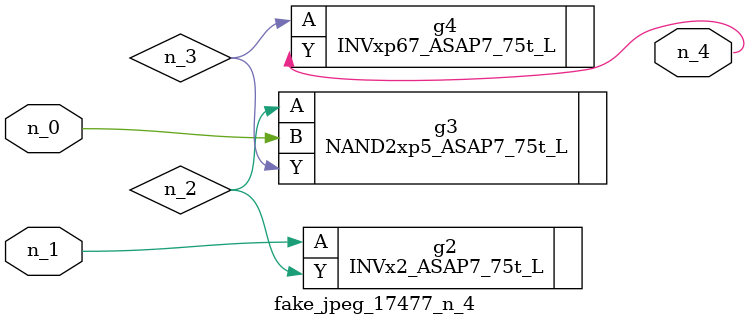
<source format=v>
module fake_jpeg_17477_n_4 (n_0, n_1, n_4);

input n_0;
input n_1;

output n_4;

wire n_3;
wire n_2;

INVx2_ASAP7_75t_L g2 ( 
.A(n_1),
.Y(n_2)
);

NAND2xp5_ASAP7_75t_L g3 ( 
.A(n_2),
.B(n_0),
.Y(n_3)
);

INVxp67_ASAP7_75t_L g4 ( 
.A(n_3),
.Y(n_4)
);


endmodule
</source>
